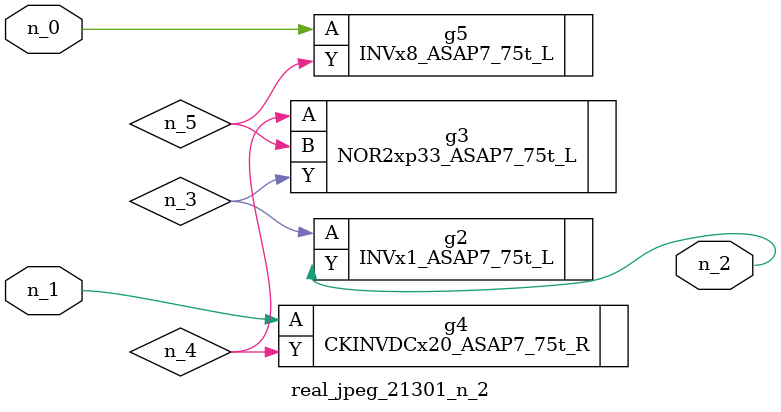
<source format=v>
module real_jpeg_21301_n_2 (n_1, n_0, n_2);

input n_1;
input n_0;

output n_2;

wire n_5;
wire n_4;
wire n_3;

INVx8_ASAP7_75t_L g5 ( 
.A(n_0),
.Y(n_5)
);

CKINVDCx20_ASAP7_75t_R g4 ( 
.A(n_1),
.Y(n_4)
);

INVx1_ASAP7_75t_L g2 ( 
.A(n_3),
.Y(n_2)
);

NOR2xp33_ASAP7_75t_L g3 ( 
.A(n_4),
.B(n_5),
.Y(n_3)
);


endmodule
</source>
